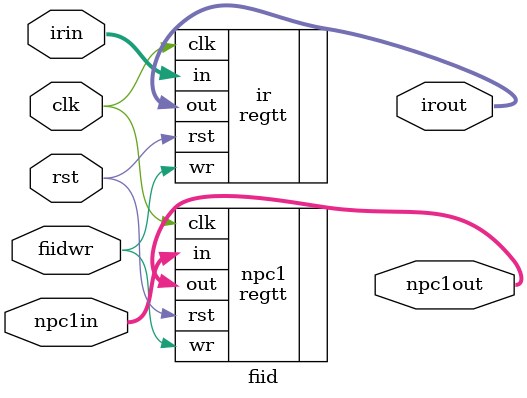
<source format=v>
`timescale 1ns / 1ps

module fiid(
    input rst,
    input clk,fiidwr,
    input [31:0]npc1in,irin,
    output [31:0]npc1out,irout
    );
    regtt #(
        .p(0)
    ) 
    ir(
        .rst(rst),
        .clk(clk),
        .wr(fiidwr),
        .in(irin),
        .out(irout)
    );
    regtt npc1(
        .rst(rst),
        .clk(clk),
        .wr(fiidwr),
        .in(npc1in),
        .out(npc1out)
    );
endmodule

</source>
